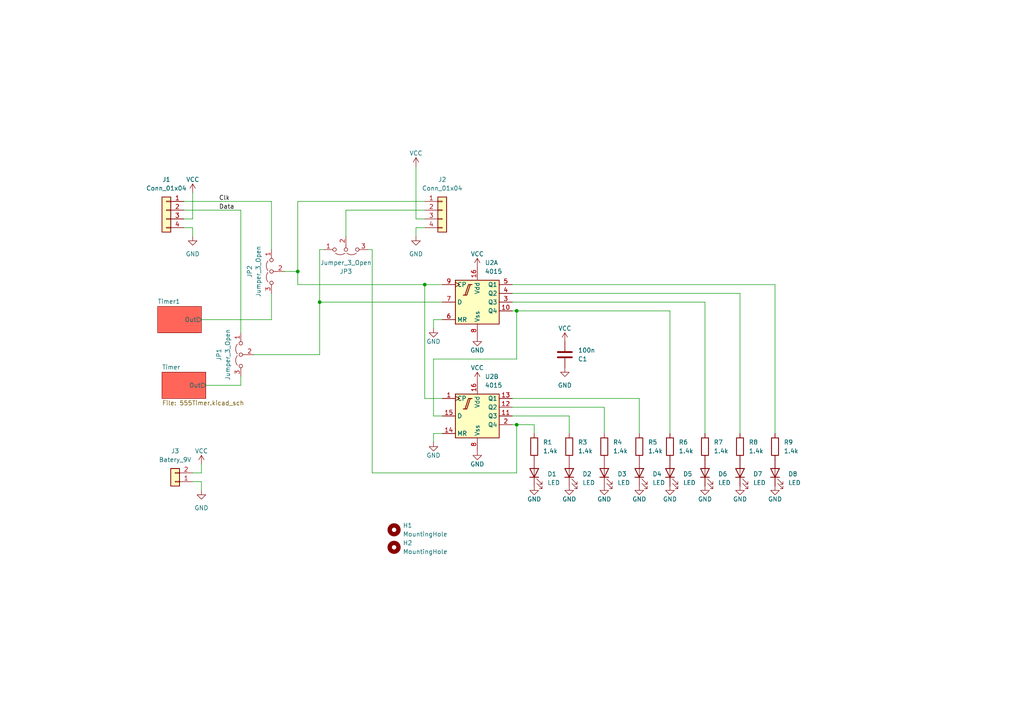
<source format=kicad_sch>
(kicad_sch (version 20230121) (generator eeschema)
  (paper "A4")
  (lib_symbols
    (symbol "4xxx_IEEE:4015"
      (property "Reference" "U" (at 5.08 7.62 0))
      (property "Value" "4015" (at 6.35 -7.62 0))
      (symbol "4015_0_1"
        (polyline (pts (xy -4.064 2.032) (xy -3.048 2.032) (xy -2.032 5.08) (xy -1.524 5.08) (xy -2.54 5.08) (xy -3.556 2.032) (xy -3.556 2.032)) (stroke (width 0.254)) (fill (type background)))
        (rectangle (start 6.35 6.35) (end -6.35 -6.35) (stroke (width 0.254)) (fill (type background)))
        (pin power_in line (at 0 10.16 270) (length 3.81) (name "Vdd") (number "16"))
        (pin power_in line (at 0 -10.16 90) (length 3.81) (name "Vss") (number "8"))
      )
      (symbol "4015_1_1"
        (pin output line (at 10.16 -2.54 180) (length 3.81) (name "Q4") (number "10"))
        (pin output line (at 10.16 0 180) (length 3.81) (name "Q3") (number "3"))
        (pin output line (at 10.16 2.54 180) (length 3.81) (name "Q2") (number "4"))
        (pin output line (at 10.16 5.08 180) (length 3.81) (name "Q1") (number "5"))
        (pin input line (at -10.16 -5.08 0) (length 3.81) (name "MR") (number "6"))
        (pin input line (at -10.16 0 0) (length 3.81) (name "D") (number "7"))
        (pin input clock (at -10.16 5.08 0) (length 3.81) (name "CP") (number "9"))
      )
      (symbol "4015_2_1"
        (pin input clock (at -10.16 5.08 0) (length 3.81) (name "CP") (number "1"))
        (pin output line (at 10.16 0 180) (length 3.81) (name "Q3") (number "11"))
        (pin output line (at 10.16 2.54 180) (length 3.81) (name "Q2") (number "12"))
        (pin output line (at 10.16 5.08 180) (length 3.81) (name "Q1") (number "13"))
        (pin input line (at -10.16 -5.08 0) (length 3.81) (name "MR") (number "14"))
        (pin input line (at -10.16 0 0) (length 3.81) (name "D") (number "15"))
        (pin output line (at 10.16 -2.54 180) (length 3.81) (name "Q4") (number "2"))
      )
    )
    (symbol "Connector_Generic:Conn_01x02" (pin_names (offset 1.016) hide)
      (property "Reference" "J" (at 0 2.54 0))
      (property "Value" "Conn_01x02" (at 0 -5.08 0))
      (symbol "Conn_01x02_1_1"
        (rectangle (start -1.27 -2.413) (end 0 -2.667) (stroke (width 0.1524)))
        (rectangle (start -1.27 0.127) (end 0 -0.127) (stroke (width 0.1524)))
        (rectangle (start -1.27 1.27) (end 1.27 -3.81) (stroke (width 0.254)) (fill (type background)))
        (pin passive line (at -5.08 0 0) (length 3.81) (name "Pin_1") (number "1"))
        (pin passive line (at -5.08 -2.54 0) (length 3.81) (name "Pin_2") (number "2"))
      )
    )
    (symbol "Connector_Generic:Conn_01x04" (pin_names (offset 1.016) hide)
      (property "Reference" "J" (at 0 5.08 0))
      (property "Value" "Conn_01x04" (at 0 -7.62 0))
      (symbol "Conn_01x04_1_1"
        (rectangle (start -1.27 -4.953) (end 0 -5.207) (stroke (width 0.1524)))
        (rectangle (start -1.27 -2.413) (end 0 -2.667) (stroke (width 0.1524)))
        (rectangle (start -1.27 0.127) (end 0 -0.127) (stroke (width 0.1524)))
        (rectangle (start -1.27 2.667) (end 0 2.413) (stroke (width 0.1524)))
        (rectangle (start -1.27 3.81) (end 1.27 -6.35) (stroke (width 0.254)) (fill (type background)))
        (pin passive line (at -5.08 2.54 0) (length 3.81) (name "Pin_1") (number "1"))
        (pin passive line (at -5.08 0 0) (length 3.81) (name "Pin_2") (number "2"))
        (pin passive line (at -5.08 -2.54 0) (length 3.81) (name "Pin_3") (number "3"))
        (pin passive line (at -5.08 -5.08 0) (length 3.81) (name "Pin_4") (number "4"))
      )
    )
    (symbol "Device:C" (pin_numbers hide) (pin_names (offset 0.254))
      (property "Reference" "C" (at 0.635 2.54 0))
      (property "Value" "C" (at 0.635 -2.54 0))
      (symbol "C_0_1"
        (polyline (pts (xy -2.032 -0.762) (xy 2.032 -0.762)) (stroke (width 0.508)))
        (polyline (pts (xy -2.032 0.762) (xy 2.032 0.762)) (stroke (width 0.508)))
      )
      (symbol "C_1_1"
        (pin passive line (at 0 3.81 270) (length 2.794) (name "~") (number "1"))
        (pin passive line (at 0 -3.81 90) (length 2.794) (name "~") (number "2"))
      )
    )
    (symbol "Device:LED" (pin_numbers hide) (pin_names (offset 1.016) hide)
      (property "Reference" "D" (at 0 2.54 0))
      (property "Value" "LED" (at 0 -2.54 0))
      (symbol "LED_0_1"
        (polyline (pts (xy -1.27 -1.27) (xy -1.27 1.27)) (stroke (width 0.254)))
        (polyline (pts (xy -1.27 0) (xy 1.27 0)))
        (polyline (pts (xy 1.27 -1.27) (xy 1.27 1.27) (xy -1.27 0) (xy 1.27 -1.27)) (stroke (width 0.254)))
        (polyline (pts (xy -3.048 -0.762) (xy -4.572 -2.286) (xy -3.81 -2.286) (xy -4.572 -2.286) (xy -4.572 -1.524)))
        (polyline (pts (xy -1.778 -0.762) (xy -3.302 -2.286) (xy -2.54 -2.286) (xy -3.302 -2.286) (xy -3.302 -1.524)))
      )
      (symbol "LED_1_1"
        (pin passive line (at -3.81 0 0) (length 2.54) (name "K") (number "1"))
        (pin passive line (at 3.81 0 180) (length 2.54) (name "A") (number "2"))
      )
    )
    (symbol "Device:R" (pin_numbers hide) (pin_names (offset 0))
      (property "Reference" "R" (at 2.032 0 90))
      (property "Value" "R" (at 0 0 90))
      (symbol "R_0_1"
        (rectangle (start -1.016 -2.54) (end 1.016 2.54) (stroke (width 0.254)))
      )
      (symbol "R_1_1"
        (pin passive line (at 0 3.81 270) (length 1.27) (name "~") (number "1"))
        (pin passive line (at 0 -3.81 90) (length 1.27) (name "~") (number "2"))
      )
    )
    (symbol "Jumper:Jumper_3_Open" (pin_names (offset 0) hide)
      (property "Reference" "JP" (at -2.54 -2.54 0))
      (property "Value" "Jumper_3_Open" (at 0 2.794 0))
      (symbol "Jumper_3_Open_0_0"
        (circle (center -3.302 0) (radius 0.508))
        (circle (center 0 0) (radius 0.508))
        (circle (center 3.302 0) (radius 0.508))
      )
      (symbol "Jumper_3_Open_0_1"
        (arc (start -0.254 1.016) (mid -1.651 1.4992) (end -3.048 1.016))
        (polyline (pts (xy 0 -0.508) (xy 0 -1.27)))
        (arc (start 3.048 1.016) (mid 1.651 1.4992) (end 0.254 1.016))
      )
      (symbol "Jumper_3_Open_1_1"
        (pin passive line (at -6.35 0 0) (length 2.54) (name "A") (number "1"))
        (pin passive line (at 0 -3.81 90) (length 2.54) (name "C") (number "2"))
        (pin passive line (at 6.35 0 180) (length 2.54) (name "B") (number "3"))
      )
    )
    (symbol "Mechanical:MountingHole" (pin_names (offset 1.016))
      (property "Reference" "H" (at 0 5.08 0))
      (property "Value" "MountingHole" (at 0 3.175 0))
      (symbol "MountingHole_0_1"
        (circle (center 0 0) (radius 1.27) (stroke (width 1.27)))
      )
    )
    (symbol "power:GND" (power) (pin_names (offset 0))
      (property "Value" "GND" (at 0 -3.81 0))
      (symbol "GND_0_1"
        (polyline (pts (xy 0 0) (xy 0 -1.27) (xy 1.27 -1.27) (xy 0 -2.54) (xy -1.27 -1.27) (xy 0 -1.27)))
      )
      (symbol "GND_1_1"
        (pin power_in line (at 0 0 270) (length 0) hide (name "GND") (number "1"))
      )
    )
    (symbol "power:VCC" (power) (pin_names (offset 0))
      (property "Value" "VCC" (at 0 3.81 0))
      (symbol "VCC_0_1"
        (polyline (pts (xy -0.762 1.27) (xy 0 2.54)))
        (polyline (pts (xy 0 0) (xy 0 2.54)))
        (polyline (pts (xy 0 2.54) (xy 0.762 1.27)))
      )
      (symbol "VCC_1_1"
        (pin power_in line (at 0 0 90) (length 0) hide (name "VCC") (number "1"))
      )
    )
  )
  (junction (at 123.19 82.55))
  (junction (at 86.36 78.74))
  (junction (at 92.71 87.63))
  (junction (at 149.86 90.17))
  (junction (at 149.86 123.19))
  (wire (pts (xy 55.88 139.7) (xy 58.42 139.7)))
  (wire (pts (xy 69.85 111.76) (xy 69.85 109.22)))
  (wire (pts (xy 120.65 66.04) (xy 123.19 66.04)))
  (wire (pts (xy 148.59 115.57) (xy 185.42 115.57)))
  (wire (pts (xy 59.69 111.76) (xy 69.85 111.76)))
  (wire (pts (xy 120.65 48.26) (xy 120.65 63.5)))
  (wire (pts (xy 125.73 120.65) (xy 128.27 120.65)))
  (wire (pts (xy 78.74 58.42) (xy 78.74 72.39)))
  (wire (pts (xy 123.19 115.57) (xy 128.27 115.57)))
  (wire (pts (xy 125.73 125.73) (xy 128.27 125.73)))
  (wire (pts (xy 86.36 82.55) (xy 123.19 82.55)))
  (wire (pts (xy 148.59 90.17) (xy 149.86 90.17)))
  (wire (pts (xy 107.95 72.39) (xy 106.68 72.39)))
  (wire (pts (xy 125.73 95.25) (xy 125.73 92.71)))
  (wire (pts (xy 149.86 123.19) (xy 149.86 137.16)))
  (wire (pts (xy 107.95 137.16) (xy 107.95 72.39)))
  (wire (pts (xy 86.36 58.42) (xy 86.36 78.74)))
  (wire (pts (xy 123.19 82.55) (xy 123.19 115.57)))
  (wire (pts (xy 100.33 60.96) (xy 123.19 60.96)))
  (wire (pts (xy 100.33 68.58) (xy 100.33 60.96)))
  (wire (pts (xy 148.59 85.09) (xy 214.63 85.09)))
  (wire (pts (xy 86.36 78.74) (xy 86.36 82.55)))
  (wire (pts (xy 125.73 104.14) (xy 125.73 120.65)))
  (wire (pts (xy 82.55 78.74) (xy 86.36 78.74)))
  (wire (pts (xy 185.42 125.73) (xy 185.42 115.57)))
  (wire (pts (xy 78.74 92.71) (xy 78.74 85.09)))
  (wire (pts (xy 175.26 118.11) (xy 175.26 125.73)))
  (wire (pts (xy 148.59 120.65) (xy 165.1 120.65)))
  (wire (pts (xy 53.34 60.96) (xy 69.85 60.96)))
  (wire (pts (xy 149.86 90.17) (xy 194.31 90.17)))
  (wire (pts (xy 148.59 118.11) (xy 175.26 118.11)))
  (wire (pts (xy 224.79 125.73) (xy 224.79 82.55)))
  (wire (pts (xy 154.94 123.19) (xy 154.94 125.73)))
  (wire (pts (xy 148.59 87.63) (xy 204.47 87.63)))
  (wire (pts (xy 120.65 68.58) (xy 120.65 66.04)))
  (wire (pts (xy 55.88 66.04) (xy 53.34 66.04)))
  (wire (pts (xy 148.59 123.19) (xy 149.86 123.19)))
  (wire (pts (xy 204.47 125.73) (xy 204.47 87.63)))
  (wire (pts (xy 58.42 134.62) (xy 58.42 137.16)))
  (wire (pts (xy 125.73 128.27) (xy 125.73 125.73)))
  (wire (pts (xy 55.88 68.58) (xy 55.88 66.04)))
  (wire (pts (xy 149.86 90.17) (xy 149.86 104.14)))
  (wire (pts (xy 58.42 139.7) (xy 58.42 142.24)))
  (wire (pts (xy 92.71 102.87) (xy 92.71 87.63)))
  (wire (pts (xy 214.63 125.73) (xy 214.63 85.09)))
  (wire (pts (xy 92.71 87.63) (xy 128.27 87.63)))
  (wire (pts (xy 165.1 120.65) (xy 165.1 125.73)))
  (wire (pts (xy 86.36 58.42) (xy 123.19 58.42)))
  (wire (pts (xy 149.86 123.19) (xy 154.94 123.19)))
  (wire (pts (xy 194.31 125.73) (xy 194.31 90.17)))
  (wire (pts (xy 58.42 92.71) (xy 78.74 92.71)))
  (wire (pts (xy 148.59 82.55) (xy 224.79 82.55)))
  (wire (pts (xy 149.86 104.14) (xy 125.73 104.14)))
  (wire (pts (xy 92.71 72.39) (xy 92.71 87.63)))
  (wire (pts (xy 58.42 137.16) (xy 55.88 137.16)))
  (wire (pts (xy 107.95 137.16) (xy 149.86 137.16)))
  (wire (pts (xy 73.66 102.87) (xy 92.71 102.87)))
  (wire (pts (xy 55.88 55.88) (xy 55.88 63.5)))
  (wire (pts (xy 69.85 60.96) (xy 69.85 96.52)))
  (wire (pts (xy 128.27 82.55) (xy 123.19 82.55)))
  (wire (pts (xy 125.73 92.71) (xy 128.27 92.71)))
  (wire (pts (xy 120.65 63.5) (xy 123.19 63.5)))
  (wire (pts (xy 55.88 63.5) (xy 53.34 63.5)))
  (wire (pts (xy 53.34 58.42) (xy 78.74 58.42)))
  (wire (pts (xy 92.71 72.39) (xy 93.98 72.39)))
  (label "Data" (at 63.5 60.96 0))
  (label "Clk" (at 63.5 58.42 0))
  (symbol (lib_id "Device:R") (at 204.47 129.54 0) (unit 1)
    (property "Reference" "R7" (at 207.01 128.27 0) (effects (justify left)))
    (property "Value" "1.4k" (at 207.01 130.81 0) (effects (justify left)))
    (property "Footprint" "Resistor_THT:R_Axial_DIN0207_L6.3mm_D2.5mm_P7.62mm_Horizontal" (effects hide))
  )
  (symbol (lib_id "Device:C") (at 163.83 102.87 0) (mirror x) (unit 1)
    (property "Reference" "C1" (at 167.64 104.14 0) (effects (justify left)))
    (property "Value" "100n" (at 167.64 101.6 0) (effects (justify left)))
    (property "Footprint" "Capacitor_THT:C_Disc_D5.0mm_W2.5mm_P5.00mm" (effects hide))
  )
  (symbol (lib_id "Device:LED") (at 154.94 137.16 90) (unit 1)
    (property "Reference" "D1" (at 158.75 137.4775 90) (effects (justify right)))
    (property "Value" "LED" (at 158.75 140.0175 90) (effects (justify right)))
    (property "Footprint" "LED_THT:LED_D5.0mm" (effects hide))
  )
  (symbol (lib_id "power:GND") (at 224.79 140.97 0) (unit 1)
    (property "Reference" "#PWR018" (effects hide))
    (property "Value" "GND" (at 224.79 144.78 0))
  )
  (symbol (lib_id "power:GND") (at 163.83 106.68 0) (unit 1)
    (property "Reference" "#PWR03" (effects hide))
    (property "Value" "GND" (at 163.83 111.76 0))
  )
  (symbol (lib_id "Mechanical:MountingHole") (at 114.3 153.67 0) (unit 1)
    (property "Reference" "H1" (at 116.84 152.4 0) (effects (justify left)))
    (property "Value" "MountingHole" (at 116.84 154.94 0) (effects (justify left)))
    (property "Footprint" "MountingHole:MountingHole_2.2mm_M2" (effects hide))
  )
  (symbol (lib_id "power:VCC") (at 163.83 99.06 0) (unit 1)
    (property "Reference" "#PWR01" (effects hide))
    (property "Value" "VCC" (at 163.83 95.25 0))
  )
  (symbol (lib_id "Device:R") (at 154.94 129.54 0) (unit 1)
    (property "Reference" "R1" (at 157.48 128.27 0) (effects (justify left)))
    (property "Value" "1.4k" (at 157.48 130.81 0) (effects (justify left)))
    (property "Footprint" "Resistor_THT:R_Axial_DIN0207_L6.3mm_D2.5mm_P7.62mm_Horizontal" (effects hide))
  )
  (symbol (lib_id "power:GND") (at 138.43 97.79 0) (unit 1)
    (property "Reference" "#PWR017" (effects hide))
    (property "Value" "GND" (at 138.43 101.6 0))
  )
  (symbol (lib_id "Device:R") (at 224.79 129.54 0) (unit 1)
    (property "Reference" "R9" (at 227.33 128.27 0) (effects (justify left)))
    (property "Value" "1.4k" (at 227.33 130.81 0) (effects (justify left)))
    (property "Footprint" "Resistor_THT:R_Axial_DIN0207_L6.3mm_D2.5mm_P7.62mm_Horizontal" (effects hide))
  )
  (symbol (lib_id "power:VCC") (at 55.88 55.88 0) (unit 1)
    (property "Reference" "#PWR031" (effects hide))
    (property "Value" "VCC" (at 55.88 52.07 0))
  )
  (symbol (lib_id "4xxx_IEEE:4015") (at 138.43 120.65 0) (unit 2)
    (property "Reference" "U2" (at 140.6241 109.22 0) (effects (justify left)))
    (property "Value" "4015" (at 140.6241 111.76 0) (effects (justify left)))
    (property "Footprint" "Package_DIP:DIP-16_W10.16mm_LongPads" (effects hide))
  )
  (symbol (lib_id "power:GND") (at 58.42 142.24 0) (unit 1)
    (property "Reference" "#PWR028" (effects hide))
    (property "Value" "GND" (at 58.42 147.32 0))
  )
  (symbol (lib_id "power:GND") (at 125.73 95.25 0) (unit 1)
    (property "Reference" "#PWR034" (effects hide))
    (property "Value" "GND" (at 125.73 99.06 0))
  )
  (symbol (lib_id "Device:LED") (at 165.1 137.16 90) (unit 1)
    (property "Reference" "D2" (at 168.91 137.4775 90) (effects (justify right)))
    (property "Value" "LED" (at 168.91 140.0175 90) (effects (justify right)))
    (property "Footprint" "LED_THT:LED_D5.0mm" (effects hide))
  )
  (symbol (lib_id "power:VCC") (at 138.43 110.49 0) (unit 1)
    (property "Reference" "#PWR033" (effects hide))
    (property "Value" "VCC" (at 138.43 106.68 0))
  )
  (symbol (lib_id "Device:LED") (at 194.31 137.16 90) (unit 1)
    (property "Reference" "D5" (at 198.12 137.4775 90) (effects (justify right)))
    (property "Value" "LED" (at 198.12 140.0175 90) (effects (justify right)))
    (property "Footprint" "LED_THT:LED_D5.0mm" (effects hide))
  )
  (symbol (lib_id "Device:R") (at 175.26 129.54 0) (unit 1)
    (property "Reference" "R4" (at 177.8 128.27 0) (effects (justify left)))
    (property "Value" "1.4k" (at 177.8 130.81 0) (effects (justify left)))
    (property "Footprint" "Resistor_THT:R_Axial_DIN0207_L6.3mm_D2.5mm_P7.62mm_Horizontal" (effects hide))
  )
  (symbol (lib_id "Device:R") (at 185.42 129.54 0) (unit 1)
    (property "Reference" "R5" (at 187.96 128.27 0) (effects (justify left)))
    (property "Value" "1.4k" (at 187.96 130.81 0) (effects (justify left)))
    (property "Footprint" "Resistor_THT:R_Axial_DIN0207_L6.3mm_D2.5mm_P7.62mm_Horizontal" (effects hide))
  )
  (symbol (lib_id "Device:LED") (at 185.42 137.16 90) (unit 1)
    (property "Reference" "D4" (at 189.23 137.4775 90) (effects (justify right)))
    (property "Value" "LED" (at 189.23 140.0175 90) (effects (justify right)))
    (property "Footprint" "LED_THT:LED_D5.0mm" (effects hide))
  )
  (symbol (lib_id "Device:LED") (at 204.47 137.16 90) (unit 1)
    (property "Reference" "D6" (at 208.28 137.4775 90) (effects (justify right)))
    (property "Value" "LED" (at 208.28 140.0175 90) (effects (justify right)))
    (property "Footprint" "LED_THT:LED_D5.0mm" (effects hide))
  )
  (symbol (lib_id "power:GND") (at 165.1 140.97 0) (unit 1)
    (property "Reference" "#PWR024" (effects hide))
    (property "Value" "GND" (at 165.1 144.78 0))
  )
  (symbol (lib_id "Jumper:Jumper_3_Open") (at 100.33 72.39 0) (mirror x) (unit 1)
    (property "Reference" "JP3" (at 100.33 78.74 0))
    (property "Value" "Jumper_3_Open" (at 100.33 76.2 0))
    (property "Footprint" "Connector_PinHeader_2.54mm:PinHeader_1x03_P2.54mm_Vertical" (effects hide))
  )
  (symbol (lib_id "Device:LED") (at 175.26 137.16 90) (unit 1)
    (property "Reference" "D3" (at 179.07 137.4775 90) (effects (justify right)))
    (property "Value" "LED" (at 179.07 140.0175 90) (effects (justify right)))
    (property "Footprint" "LED_THT:LED_D5.0mm" (effects hide))
  )
  (symbol (lib_id "Connector_Generic:Conn_01x04") (at 48.26 60.96 0) (mirror y) (unit 1)
    (property "Reference" "J1" (at 48.26 52.07 0))
    (property "Value" "Conn_01x04" (at 48.26 54.61 0))
    (property "Footprint" "Connector_JST:JST_XH_S4B-XH-A_1x04_P2.50mm_Horizontal" (effects hide))
  )
  (symbol (lib_id "power:VCC") (at 138.43 77.47 0) (unit 1)
    (property "Reference" "#PWR05" (effects hide))
    (property "Value" "VCC" (at 138.43 73.66 0))
  )
  (symbol (lib_id "power:GND") (at 194.31 140.97 0) (unit 1)
    (property "Reference" "#PWR021" (effects hide))
    (property "Value" "GND" (at 194.31 144.78 0))
  )
  (symbol (lib_id "power:GND") (at 204.47 140.97 0) (unit 1)
    (property "Reference" "#PWR020" (effects hide))
    (property "Value" "GND" (at 204.47 144.78 0))
  )
  (symbol (lib_id "power:VCC") (at 120.65 48.26 0) (unit 1)
    (property "Reference" "#PWR030" (effects hide))
    (property "Value" "VCC" (at 120.65 44.45 0))
  )
  (symbol (lib_id "power:GND") (at 55.88 68.58 0) (unit 1)
    (property "Reference" "#PWR026" (effects hide))
    (property "Value" "GND" (at 55.88 73.66 0))
  )
  (symbol (lib_id "Device:R") (at 165.1 129.54 0) (unit 1)
    (property "Reference" "R3" (at 167.64 128.27 0) (effects (justify left)))
    (property "Value" "1.4k" (at 167.64 130.81 0) (effects (justify left)))
    (property "Footprint" "Resistor_THT:R_Axial_DIN0207_L6.3mm_D2.5mm_P7.62mm_Horizontal" (effects hide))
  )
  (symbol (lib_id "Jumper:Jumper_3_Open") (at 69.85 102.87 90) (mirror x) (unit 1)
    (property "Reference" "JP1" (at 63.5 102.87 0))
    (property "Value" "Jumper_3_Open" (at 66.04 102.87 0))
    (property "Footprint" "Connector_PinHeader_2.54mm:PinHeader_1x03_P2.54mm_Vertical" (effects hide))
  )
  (symbol (lib_id "Device:R") (at 214.63 129.54 0) (unit 1)
    (property "Reference" "R8" (at 217.17 128.27 0) (effects (justify left)))
    (property "Value" "1.4k" (at 217.17 130.81 0) (effects (justify left)))
    (property "Footprint" "Resistor_THT:R_Axial_DIN0207_L6.3mm_D2.5mm_P7.62mm_Horizontal" (effects hide))
  )
  (symbol (lib_id "power:GND") (at 185.42 140.97 0) (unit 1)
    (property "Reference" "#PWR022" (effects hide))
    (property "Value" "GND" (at 185.42 144.78 0))
  )
  (symbol (lib_id "4xxx_IEEE:4015") (at 138.43 87.63 0) (unit 1)
    (property "Reference" "U2" (at 140.6241 76.2 0) (effects (justify left)))
    (property "Value" "4015" (at 140.6241 78.74 0) (effects (justify left)))
    (property "Footprint" "Package_DIP:DIP-16_W10.16mm_LongPads" (effects hide))
  )
  (symbol (lib_id "Device:R") (at 194.31 129.54 0) (unit 1)
    (property "Reference" "R6" (at 196.85 128.27 0) (effects (justify left)))
    (property "Value" "1.4k" (at 196.85 130.81 0) (effects (justify left)))
    (property "Footprint" "Resistor_THT:R_Axial_DIN0207_L6.3mm_D2.5mm_P7.62mm_Horizontal" (effects hide))
  )
  (symbol (lib_id "power:GND") (at 138.43 130.81 0) (unit 1)
    (property "Reference" "#PWR032" (effects hide))
    (property "Value" "GND" (at 138.43 134.62 0))
  )
  (symbol (lib_id "power:GND") (at 125.73 128.27 0) (unit 1)
    (property "Reference" "#PWR035" (effects hide))
    (property "Value" "GND" (at 125.73 132.08 0))
  )
  (symbol (lib_id "power:GND") (at 214.63 140.97 0) (unit 1)
    (property "Reference" "#PWR019" (effects hide))
    (property "Value" "GND" (at 214.63 144.78 0))
  )
  (symbol (lib_id "Jumper:Jumper_3_Open") (at 78.74 78.74 90) (mirror x) (unit 1)
    (property "Reference" "JP2" (at 72.39 78.74 0))
    (property "Value" "Jumper_3_Open" (at 74.93 78.74 0))
    (property "Footprint" "Connector_PinHeader_2.54mm:PinHeader_1x03_P2.54mm_Vertical" (effects hide))
  )
  (symbol (lib_id "Device:LED") (at 214.63 137.16 90) (unit 1)
    (property "Reference" "D7" (at 218.44 137.4775 90) (effects (justify right)))
    (property "Value" "LED" (at 218.44 140.0175 90) (effects (justify right)))
    (property "Footprint" "LED_THT:LED_D5.0mm" (effects hide))
  )
  (symbol (lib_id "Device:LED") (at 224.79 137.16 90) (unit 1)
    (property "Reference" "D8" (at 228.6 137.4775 90) (effects (justify right)))
    (property "Value" "LED" (at 228.6 140.0175 90) (effects (justify right)))
    (property "Footprint" "LED_THT:LED_D5.0mm" (effects hide))
  )
  (symbol (lib_id "Connector_Generic:Conn_01x04") (at 128.27 60.96 0) (unit 1)
    (property "Reference" "J2" (at 128.27 52.07 0))
    (property "Value" "Conn_01x04" (at 128.27 54.61 0))
    (property "Footprint" "Connector_JST:JST_XH_S4B-XH-A-1_1x04_P2.50mm_Horizontal" (effects hide))
  )
  (symbol (lib_id "power:VCC") (at 58.42 134.62 0) (unit 1)
    (property "Reference" "#PWR04" (effects hide))
    (property "Value" "VCC" (at 58.42 130.81 0))
  )
  (symbol (lib_id "Connector_Generic:Conn_01x02") (at 50.8 139.7 180) (unit 1)
    (property "Reference" "J3" (at 50.8 130.81 0))
    (property "Value" "Batery_9V" (at 50.8 133.35 0))
    (property "Footprint" "Connector_PinHeader_2.54mm:PinHeader_1x02_P2.54mm_Vertical" (effects hide))
  )
  (symbol (lib_id "power:GND") (at 154.94 140.97 0) (unit 1)
    (property "Reference" "#PWR025" (effects hide))
    (property "Value" "GND" (at 154.94 144.78 0))
  )
  (symbol (lib_id "power:GND") (at 175.26 140.97 0) (unit 1)
    (property "Reference" "#PWR023" (effects hide))
    (property "Value" "GND" (at 175.26 144.78 0))
  )
  (symbol (lib_id "Mechanical:MountingHole") (at 114.3 158.75 0) (unit 1)
    (property "Reference" "H2" (at 116.84 157.48 0) (effects (justify left)))
    (property "Value" "MountingHole" (at 116.84 160.02 0) (effects (justify left)))
    (property "Footprint" "MountingHole:MountingHole_2.2mm_M2" (effects hide))
  )
  (symbol (lib_id "power:GND") (at 120.65 68.58 0) (unit 1)
    (property "Reference" "#PWR027" (effects hide))
    (property "Value" "GND" (at 120.65 73.66 0))
  )
  (sheet (at 45.72 88.9) (size 12.7 7.62) (stroke (width 0.1524)) (fill (color 255 102 89 1.0000))
    (property "Sheetname" "Timer1" (at 45.72 88.1884 0) (effects (justify left bottom)))
    (property "Sheetfile" "555Timer.kicad_sch" (effects hide))
    (pin "Out" output (at 58.42 92.71 0))
  )
  (sheet (at 46.99 107.95) (size 12.7 7.62) (stroke (width 0.1524)) (fill (color 255 102 89 1.0000))
    (property "Sheetname" "Timer" (at 46.99 107.2384 0) (effects (justify left bottom)))
    (property "Sheetfile" "555Timer.kicad_sch" (at 46.99 116.1546 0) (effects (justify left top)))
    (pin "Out" output (at 59.69 111.76 0))
  )
)
</source>
